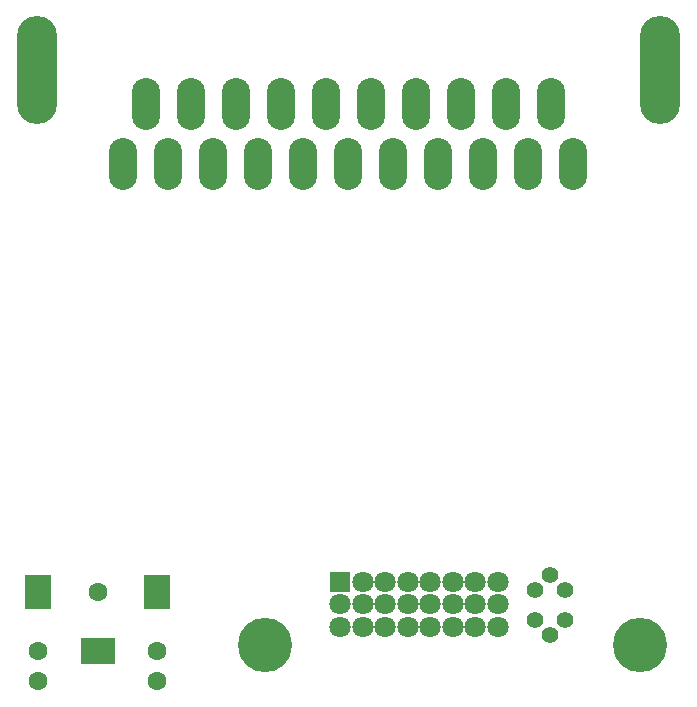
<source format=gbs>
G04 #@! TF.FileFunction,Soldermask,Bot*
%FSLAX46Y46*%
G04 Gerber Fmt 4.6, Leading zero omitted, Abs format (unit mm)*
G04 Created by KiCad (PCBNEW 4.0.7) date 06/19/18 22:22:34*
%MOMM*%
%LPD*%
G01*
G04 APERTURE LIST*
%ADD10C,0.100000*%
%ADD11O,3.400000X9.150000*%
%ADD12C,3.400000*%
%ADD13O,2.400000X4.400000*%
%ADD14R,2.200000X2.900000*%
%ADD15R,2.900000X2.200000*%
%ADD16C,1.600000*%
%ADD17C,4.600000*%
%ADD18C,1.800000*%
%ADD19R,1.800000X1.800000*%
%ADD20C,1.400000*%
G04 APERTURE END LIST*
D10*
D11*
X141240000Y-67660000D03*
D12*
X194040000Y-70535000D03*
X141240000Y-70535000D03*
X141240000Y-64785000D03*
D13*
X165735000Y-70485000D03*
X169545000Y-70485000D03*
X173355000Y-70485000D03*
X167640000Y-75565000D03*
X171450000Y-75565000D03*
X175260000Y-75565000D03*
X177165000Y-70485000D03*
X179070000Y-75565000D03*
X180975000Y-70485000D03*
X182880000Y-75565000D03*
X184785000Y-70485000D03*
X186690000Y-75565000D03*
X148590000Y-75565000D03*
X150495000Y-70485000D03*
X152400000Y-75565000D03*
X154305000Y-70485000D03*
X156210000Y-75565000D03*
X158115000Y-70485000D03*
X160020000Y-75565000D03*
X161925000Y-70485000D03*
X163830000Y-75565000D03*
D12*
X194040000Y-64785000D03*
D11*
X194040000Y-67660000D03*
D14*
X141390000Y-111825000D03*
X151390000Y-111825000D03*
D15*
X146390000Y-116825000D03*
D16*
X146390000Y-111825000D03*
X141390000Y-116825000D03*
X141390000Y-119325000D03*
X151390000Y-116825000D03*
X151390000Y-119325000D03*
D17*
X160540000Y-116275000D03*
X192340000Y-116275000D03*
D18*
X166920000Y-114755000D03*
X168830000Y-114755000D03*
X170740000Y-114755000D03*
X172650000Y-114755000D03*
X174560000Y-114755000D03*
X176470000Y-114755000D03*
X178380000Y-114755000D03*
X180290000Y-114755000D03*
X166920000Y-112845000D03*
X168830000Y-112845000D03*
X170740000Y-112845000D03*
X172650000Y-112845000D03*
X174560000Y-112845000D03*
X176470000Y-112845000D03*
X178380000Y-112845000D03*
X180290000Y-112845000D03*
D19*
X166920000Y-110935000D03*
D18*
X168830000Y-110935000D03*
X170740000Y-110935000D03*
X172650000Y-110935000D03*
X174560000Y-110935000D03*
X176470000Y-110935000D03*
X178380000Y-110935000D03*
X180290000Y-110935000D03*
D20*
X183430000Y-114145000D03*
X185970000Y-114145000D03*
X184700000Y-115415000D03*
X183430000Y-111605000D03*
X185970000Y-111605000D03*
X184700000Y-110335000D03*
M02*

</source>
